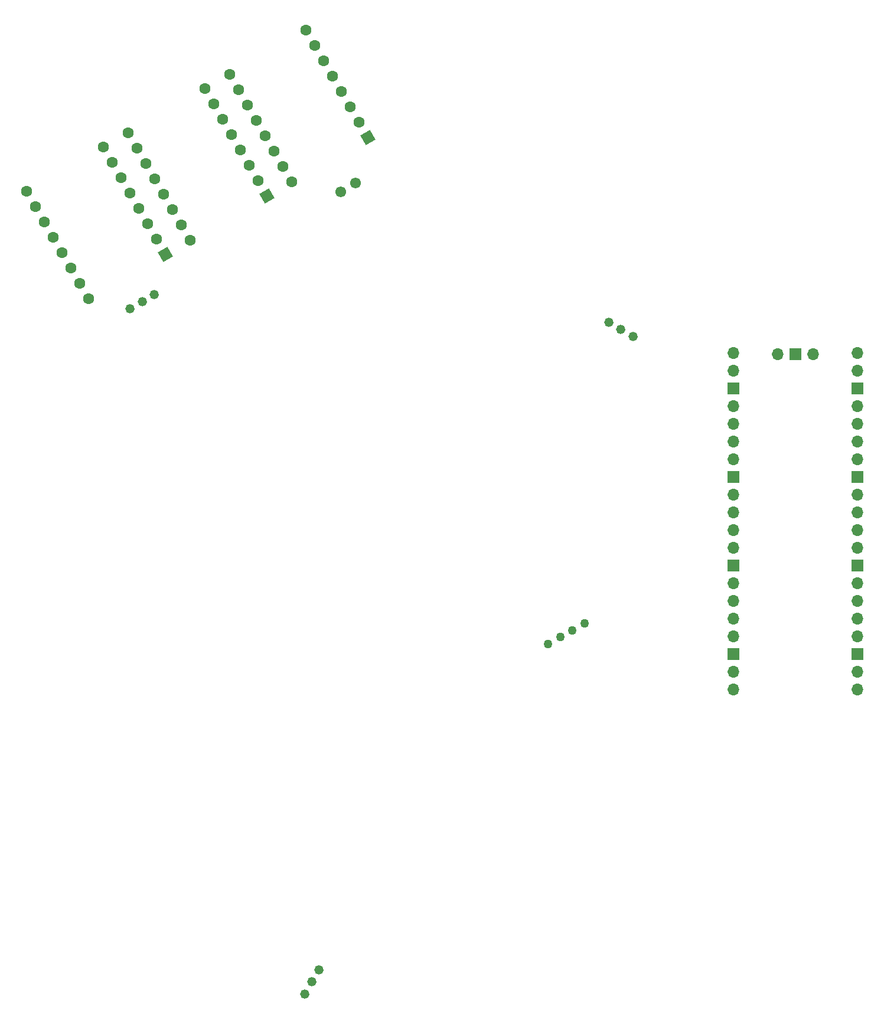
<source format=gbr>
%TF.GenerationSoftware,KiCad,Pcbnew,7.0.11-7.0.11~ubuntu22.04.1*%
%TF.CreationDate,2024-08-15T15:16:49+02:00*%
%TF.ProjectId,MotorDriver-Elec,4d6f746f-7244-4726-9976-65722d456c65,rev?*%
%TF.SameCoordinates,Original*%
%TF.FileFunction,Soldermask,Top*%
%TF.FilePolarity,Negative*%
%FSLAX46Y46*%
G04 Gerber Fmt 4.6, Leading zero omitted, Abs format (unit mm)*
G04 Created by KiCad (PCBNEW 7.0.11-7.0.11~ubuntu22.04.1) date 2024-08-15 15:16:49*
%MOMM*%
%LPD*%
G01*
G04 APERTURE LIST*
G04 Aperture macros list*
%AMHorizOval*
0 Thick line with rounded ends*
0 $1 width*
0 $2 $3 position (X,Y) of the first rounded end (center of the circle)*
0 $4 $5 position (X,Y) of the second rounded end (center of the circle)*
0 Add line between two ends*
20,1,$1,$2,$3,$4,$5,0*
0 Add two circle primitives to create the rounded ends*
1,1,$1,$2,$3*
1,1,$1,$4,$5*%
%AMRotRect*
0 Rectangle, with rotation*
0 The origin of the aperture is its center*
0 $1 length*
0 $2 width*
0 $3 Rotation angle, in degrees counterclockwise*
0 Add horizontal line*
21,1,$1,$2,0,0,$3*%
G04 Aperture macros list end*
%ADD10O,1.700000X1.700000*%
%ADD11R,1.700000X1.700000*%
%ADD12C,1.270000*%
%ADD13C,1.320800*%
%ADD14HorizOval,1.600000X0.000000X0.000000X0.000000X0.000000X0*%
%ADD15RotRect,1.600000X1.600000X210.000000*%
%ADD16C,1.549400*%
G04 APERTURE END LIST*
D10*
%TO.C,U1*%
X134560000Y-71835000D03*
D11*
X137100000Y-71835000D03*
D10*
X139640000Y-71835000D03*
X128210000Y-119865000D03*
X128210000Y-117325000D03*
D11*
X128210000Y-114785000D03*
D10*
X128210000Y-112245000D03*
X128210000Y-109705000D03*
X128210000Y-107165000D03*
X128210000Y-104625000D03*
D11*
X128210000Y-102085000D03*
D10*
X128210000Y-99545000D03*
X128210000Y-97005000D03*
X128210000Y-94465000D03*
X128210000Y-91925000D03*
D11*
X128210000Y-89385000D03*
D10*
X128210000Y-86845000D03*
X128210000Y-84305000D03*
X128210000Y-81765000D03*
X128210000Y-79225000D03*
D11*
X128210000Y-76685000D03*
D10*
X128210000Y-74145000D03*
X128210000Y-71605000D03*
X145990000Y-71605000D03*
X145990000Y-74145000D03*
D11*
X145990000Y-76685000D03*
D10*
X145990000Y-79225000D03*
X145990000Y-81765000D03*
X145990000Y-84305000D03*
X145990000Y-86845000D03*
D11*
X145990000Y-89385000D03*
D10*
X145990000Y-91925000D03*
X145990000Y-94465000D03*
X145990000Y-97005000D03*
X145990000Y-99545000D03*
D11*
X145990000Y-102085000D03*
D10*
X145990000Y-104625000D03*
X145990000Y-107165000D03*
X145990000Y-109705000D03*
X145990000Y-112245000D03*
D11*
X145990000Y-114785000D03*
D10*
X145990000Y-117325000D03*
X145990000Y-119865000D03*
%TD*%
D12*
%TO.C,PAA5160E1*%
X106852026Y-110396869D03*
X105119977Y-111396868D03*
X103387925Y-112396868D03*
X101655875Y-113396868D03*
%TD*%
D13*
%TO.C,Limit_switch_3*%
X113782051Y-69238064D03*
X112050001Y-68238064D03*
X110317949Y-67238064D03*
%TD*%
D14*
%TO.C,MKS_MotorDriver_2*%
X50310000Y-55462932D03*
X49040000Y-53263227D03*
X47770000Y-51063523D03*
X46500000Y-48863818D03*
X45230000Y-46664114D03*
X43960000Y-44464409D03*
X42690000Y-42264705D03*
X41420000Y-40065000D03*
X52418523Y-33715000D03*
X53688523Y-35914705D03*
X54958523Y-38114409D03*
X56228523Y-40314114D03*
X57498523Y-42513818D03*
X58768523Y-44713523D03*
X60038523Y-46913227D03*
D15*
X61308523Y-49112932D03*
%TD*%
D14*
%TO.C,MKS_MotorDriver_1*%
X35766477Y-63857932D03*
X34496477Y-61658227D03*
X33226477Y-59458523D03*
X31956477Y-57258818D03*
X30686477Y-55059114D03*
X29416477Y-52859409D03*
X28146477Y-50659705D03*
X26876477Y-48460000D03*
X37875000Y-42110000D03*
X39145000Y-44309705D03*
X40415000Y-46509409D03*
X41685000Y-48709114D03*
X42955000Y-50908818D03*
X44225000Y-53108523D03*
X45495000Y-55308227D03*
D15*
X46765000Y-57507932D03*
%TD*%
D13*
%TO.C,Limit_switch_1*%
X45162050Y-63285001D03*
X43430000Y-64285000D03*
X41697948Y-65285001D03*
%TD*%
D14*
%TO.C,MKS_MotorDriver_3*%
X64841477Y-47057932D03*
X63571477Y-44858227D03*
X62301477Y-42658523D03*
X61031477Y-40458818D03*
X59761477Y-38259114D03*
X58491477Y-36059409D03*
X57221477Y-33859705D03*
X55951477Y-31660000D03*
X66950000Y-25310000D03*
X68220000Y-27509705D03*
X69490000Y-29709409D03*
X70760000Y-31909114D03*
X72030000Y-34108818D03*
X73300000Y-36308523D03*
X74570000Y-38508227D03*
D15*
X75840000Y-40707932D03*
%TD*%
D13*
%TO.C,Limit_switch_2*%
X66746936Y-163587051D03*
X67746935Y-161855001D03*
X68746936Y-160122949D03*
%TD*%
D16*
%TO.C,J4*%
X74065064Y-47285000D03*
X71900000Y-48535000D03*
%TD*%
M02*

</source>
